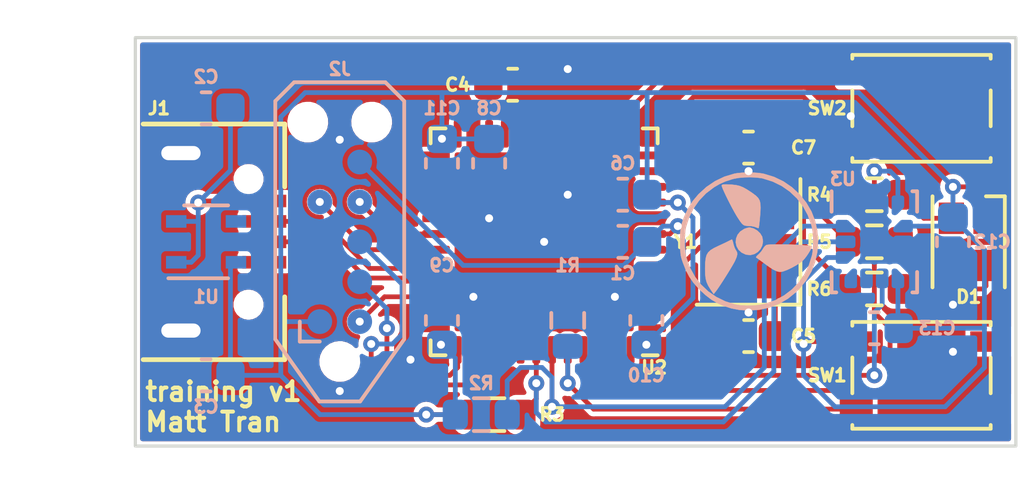
<source format=kicad_pcb>
(kicad_pcb (version 20211014) (generator pcbnew)
  (layers (0 "F.Cu" signal) (31 "B.Cu" signal) (34 "B.Paste" user) (35 "F.Paste" user) (36 "B.SilkS" user "B.Silkscreen") (37 "F.SilkS" user "F.Silkscreen") (38 "B.Mask" user) (39 "F.Mask" user) (44 "Edge.Cuts" user))
  (net 0 "")
  (net 1 "/NRST")
  (net 2 "GND")
  (net 3 "Net-(C5-Pad2)")
  (net 4 "Net-(C7-Pad1)")
  (net 5 "+3V3")
  (net 6 "Net-(D1-Pad2)")
  (net 7 "Net-(D1-Pad3)")
  (net 8 "Net-(D1-Pad4)")
  (net 9 "/BOOT0")
  (net 10 "/SDA")
  (net 11 "/SCL")
  (net 12 "/LED_B")
  (net 13 "/LED_G")
  (net 14 "/LED_R")
  (net 15 "+5V")
  (net 20 "/USR_BUT")
  (net 28 "Net-(C4-Pad2)")
  (net 34 "/TX")
  (net 35 "/RX")
  (net 36 "/D-")
  (net 37 "/D+")
  (net 38 "/SWDIO")
  (net 39 "/SWCLK")
  (net 41 "/SWO")
  (net 44 "/INT1")
  (net 45 "/INT2")
  (footprint "LED_SMD:LED_Cree-PLCC4_2x2mm_CW" (layer "F.Cu") (at 163.5 100 -90)
    (fp_text reference "D1" (at 1.75 0 180) (layer "F.SilkS") (effects (font (size 0.4 0.4) (thickness 0.1))))
    (fp_text value "LED_ARGB")
    (pad "1" smd rect locked (at -0.75 -0.55 270) (size 1 0.8) (layers "F.Cu" "F.Paste" "F.Mask") (net 5 "+3V3"))
    (pad "2" smd rect locked (at 0.75 -0.55 270) (size 1 0.8) (layers "F.Cu" "F.Paste" "F.Mask") (net 6 "Net-(D1-Pad2)"))
    (pad "3" smd rect locked (at 0.75 0.55 270) (size 1 0.8) (layers "F.Cu" "F.Paste" "F.Mask") (net 7 "Net-(D1-Pad3)"))
    (pad "4" smd rect locked (at -0.75 0.55 270) (size 1 0.8) (layers "F.Cu" "F.Paste" "F.Mask") (net 8 "Net-(D1-Pad4)"))
  )
  (footprint "Resistor_SMD:R_0603_1608Metric" (layer "F.Cu") (at 160.5 98.5)
    (fp_text reference "R4" (at -1.75 0) (layer "F.SilkS") (effects (font (size 0.4 0.4) (thickness 0.1))))
    (fp_text value "150")
    (pad "1" smd roundrect locked (at -0.825 0) (size 0.8 0.95) (layers "F.Cu" "F.Paste" "F.Mask") (net 12 "/LED_B"))
    (pad "2" smd roundrect locked (at 0.825 0) (size 0.8 0.95) (layers "F.Cu" "F.Paste" "F.Mask") (net 8 "Net-(D1-Pad4)"))
  )
  (footprint "Capacitor_SMD:C_0603_1608Metric" (layer "F.Cu") (at 156.5 97)
    (fp_text reference "C7" (at 1.75 0) (layer "F.SilkS") (effects (font (size 0.4 0.4) (thickness 0.1))))
    (fp_text value "20p")
    (pad "1" smd roundrect locked (at -0.775 0) (size 0.9 0.95) (layers "F.Cu" "F.Paste" "F.Mask") (net 4 "Net-(C7-Pad1)"))
    (pad "2" smd roundrect locked (at 0.775 0) (size 0.9 0.95) (layers "F.Cu" "F.Paste" "F.Mask") (net 2 "GND"))
  )
  (footprint "Capacitor_SMD:C_0603_1608Metric" (layer "F.Cu") (at 156.5 103)
    (fp_text reference "C5" (at 1.75 0) (layer "F.SilkS") (effects (font (size 0.4 0.4) (thickness 0.1))))
    (fp_text value "20p")
    (pad "1" smd roundrect locked (at -0.775 0) (size 0.9 0.95) (layers "F.Cu" "F.Paste" "F.Mask") (net 2 "GND"))
    (pad "2" smd roundrect locked (at 0.775 0) (size 0.9 0.95) (layers "F.Cu" "F.Paste" "F.Mask") (net 3 "Net-(C5-Pad2)"))
  )
  (footprint "Resistor_SMD:R_0603_1608Metric" (layer "F.Cu") (at 148.5 105.5 180)
    (fp_text reference "R3" (at -1.75 0) (layer "F.SilkS") (effects (font (size 0.4 0.4) (thickness 0.1))))
    (fp_text value "10k")
    (pad "1" smd roundrect locked (at -0.825 0 180) (size 0.8 0.95) (layers "F.Cu" "F.Paste" "F.Mask") (net 11 "/SCL"))
    (pad "2" smd roundrect locked (at 0.825 0 180) (size 0.8 0.95) (layers "F.Cu" "F.Paste" "F.Mask") (net 5 "+3V3"))
  )
  (footprint "Resistor_SMD:R_0603_1608Metric" (layer "F.Cu") (at 160.5 101.5)
    (fp_text reference "R6" (at -1.75 0) (layer "F.SilkS") (effects (font (size 0.4 0.4) (thickness 0.1))))
    (fp_text value "150")
    (pad "1" smd roundrect locked (at -0.825 0) (size 0.8 0.95) (layers "F.Cu" "F.Paste" "F.Mask") (net 14 "/LED_R"))
    (pad "2" smd roundrect locked (at 0.825 0) (size 0.8 0.95) (layers "F.Cu" "F.Paste" "F.Mask") (net 6 "Net-(D1-Pad2)"))
  )
  (footprint "Crystal:Crystal_SMD_3225-4Pin_3.2x2.5mm" (layer "F.Cu") (at 156.5 100 90)
    (fp_text reference "Y1" (at 0 -2 180) (layer "F.SilkS") (effects (font (size 0.4 0.4) (thickness 0.1))))
    (fp_text value "8MHz")
    (pad "1" smd rect locked (at -1.1 0.85 90) (size 1.4 1.2) (layers "F.Cu" "F.Paste" "F.Mask") (net 3 "Net-(C5-Pad2)"))
    (pad "2" smd rect locked (at 1.1 0.85 90) (size 1.4 1.2) (layers "F.Cu" "F.Paste" "F.Mask"))
    (pad "3" smd rect locked (at 1.1 -0.85 90) (size 1.4 1.2) (layers "F.Cu" "F.Paste" "F.Mask") (net 4 "Net-(C7-Pad1)"))
    (pad "4" smd rect locked (at -1.1 -0.85 90) (size 1.4 1.2) (layers "F.Cu" "F.Paste" "F.Mask"))
  )
  (footprint "Button_Switch_SMD:SW_SPST_PTS810" (layer "F.Cu") (at 162 95.75 180)
    (fp_text reference "SW2" (at 3 0) (layer "F.SilkS") (effects (font (size 0.4 0.4) (thickness 0.1))))
    (fp_text value "USR")
    (pad "" smd rect locked (at -2.075 1.075 180) (size 1.05 0.65) (layers "F.Cu" "F.Paste" "F.Mask"))
    (pad "1" smd rect locked (at -2.075 -1.075 180) (size 1.05 0.65) (layers "F.Cu" "F.Paste" "F.Mask") (net 2 "GND"))
    (pad "1" smd rect locked (at 2.075 -1.075 180) (size 1.05 0.65) (layers "F.Cu" "F.Paste" "F.Mask") (net 2 "GND"))
    (pad "2" smd rect locked (at 2.075 1.075 180) (size 1.05 0.65) (layers "F.Cu" "F.Paste" "F.Mask") (net 20 "/USR_BUT"))
  )
  (footprint "extraparts:USB_Micro-B_U254-05" (layer "F.Cu") (at 137 100 -90)
    (fp_text reference "J1" (at -4.25 -0.75 180) (layer "F.SilkS") (effects (font (size 0.4 0.4) (thickness 0.1))))
    (fp_text value "USB_B_Micro")
    (pad "" np_thru_hole circle locked (at 2 -3.6 270) (size 0.65 0.65) (drill 0.65) (layers *.Cu *.Mask))
    (pad "" np_thru_hole circle locked (at -2 -3.6 270) (size 0.65 0.65) (drill 0.65) (layers *.Cu *.Mask))
    (pad "1" smd rect locked (at -1.3 -4.1 270) (size 0.4 1.4) (layers "F.Cu" "F.Paste" "F.Mask") (net 15 "+5V"))
    (pad "2" smd rect locked (at -0.65 -4.1 270) (size 0.4 1.4) (layers "F.Cu" "F.Paste" "F.Mask") (net 36 "/D-"))
    (pad "3" smd rect locked (at 0 -4.1 270) (size 0.4 1.4) (layers "F.Cu" "F.Paste" "F.Mask") (net 37 "/D+"))
    (pad "4" smd rect locked (at 0.65 -4.1 270) (size 0.4 1.4) (layers "F.Cu" "F.Paste" "F.Mask"))
    (pad "5" smd rect locked (at 1.3 -4.1 270) (size 0.4 1.4) (layers "F.Cu" "F.Paste" "F.Mask") (net 2 "GND"))
    (pad "6" thru_hole oval locked (at -2.825 -1.45 270) (size 1.05 1.85) (drill oval 0.45 1.25) (layers *.Cu *.Mask) (net 2 "GND"))
    (pad "6" smd rect locked (at -3.1 -3.95 270) (size 1 1) (layers "F.Cu" "F.Paste" "F.Mask") (net 2 "GND"))
    (pad "6" smd rect locked (at 3.1 -3.95 270) (size 1 1) (layers "F.Cu" "F.Paste" "F.Mask") (net 2 "GND"))
    (pad "6" thru_hole oval locked (at 2.825 -1.45 270) (size 1.05 1.85) (drill oval 0.45 1.25) (layers *.Cu *.Mask) (net 2 "GND"))
  )
  (footprint "Resistor_SMD:R_0603_1608Metric" (layer "F.Cu") (at 160.5 100)
    (fp_text reference "R5" (at -1.75 0) (layer "F.SilkS") (effects (font (size 0.4 0.4) (thickness 0.1))))
    (fp_text value "150")
    (pad "1" smd roundrect locked (at -0.825 0) (size 0.8 0.95) (layers "F.Cu" "F.Paste" "F.Mask") (net 13 "/LED_G"))
    (pad "2" smd roundrect locked (at 0.825 0) (size 0.8 0.95) (layers "F.Cu" "F.Paste" "F.Mask") (net 7 "Net-(D1-Pad3)"))
  )
  (footprint "Capacitor_SMD:C_0603_1608Metric" (layer "F.Cu") (at 149 95 180)
    (fp_text reference "C4" (at 1.75 0) (layer "F.SilkS") (effects (font (size 0.4 0.4) (thickness 0.1))))
    (fp_text value "4.7u")
    (pad "1" smd roundrect locked (at -0.775 0 180) (size 0.9 0.95) (layers "F.Cu" "F.Paste" "F.Mask") (net 2 "GND"))
    (pad "2" smd roundrect locked (at 0.775 0 180) (size 0.9 0.95) (layers "F.Cu" "F.Paste" "F.Mask") (net 28 "Net-(C4-Pad2)"))
  )
  (footprint "Package_DFN_QFN:QFN-48-1EP_7x7mm_P0.5mm_EP5.6x5.6mm" (layer "F.Cu") (at 150 100 180)
    (fp_text reference "U2" (at -3.5 -4) (layer "F.SilkS") (effects (font (size 0.4 0.4) (thickness 0.1))))
    (fp_text value "STM32F401CEUx")
    (pad "1" smd roundrect locked (at -3.4375 -2.75 180) (size 0.875 0.25) (layers "F.Cu" "F.Paste" "F.Mask") (net 5 "+3V3"))
    (pad "2" smd roundrect locked (at -3.4375 -2.25 180) (size 0.875 0.25) (layers "F.Cu" "F.Paste" "F.Mask"))
    (pad "3" smd roundrect locked (at -3.4375 -1.75 180) (size 0.875 0.25) (layers "F.Cu" "F.Paste" "F.Mask"))
    (pad "4" smd roundrect locked (at -3.4375 -1.25 180) (size 0.875 0.25) (layers "F.Cu" "F.Paste" "F.Mask"))
    (pad "5" smd roundrect locked (at -3.4375 -0.75 180) (size 0.875 0.25) (layers "F.Cu" "F.Paste" "F.Mask") (net 3 "Net-(C5-Pad2)"))
    (pad "6" smd roundrect locked (at -3.4375 -0.25 180) (size 0.875 0.25) (layers "F.Cu" "F.Paste" "F.Mask") (net 4 "Net-(C7-Pad1)"))
    (pad "7" smd roundrect locked (at -3.4375 0.25 180) (size 0.875 0.25) (layers "F.Cu" "F.Paste" "F.Mask") (net 1 "/NRST"))
    (pad "8" smd roundrect locked (at -3.4375 0.75 180) (size 0.875 0.25) (layers "F.Cu" "F.Paste" "F.Mask") (net 2 "GND"))
    (pad "9" smd roundrect locked (at -3.4375 1.25 180) (size 0.875 0.25) (layers "F.Cu" "F.Paste" "F.Mask") (net 5 "+3V3"))
    (pad "10" smd roundrect locked (at -3.4375 1.75 180) (size 0.875 0.25) (layers "F.Cu" "F.Paste" "F.Mask") (net 14 "/LED_R"))
    (pad "11" smd roundrect locked (at -3.4375 2.25 180) (size 0.875 0.25) (layers "F.Cu" "F.Paste" "F.Mask") (net 13 "/LED_G"))
    (pad "12" smd roundrect locked (at -3.4375 2.75 180) (size 0.875 0.25) (layers "F.Cu" "F.Paste" "F.Mask") (net 12 "/LED_B"))
    (pad "13" smd roundrect locked (at -2.75 3.4375 180) (size 0.25 0.875) (layers "F.Cu" "F.Paste" "F.Mask") (net 20 "/USR_BUT"))
    (pad "14" smd roundrect locked (at -2.25 3.4375 180) (size 0.25 0.875) (layers "F.Cu" "F.Paste" "F.Mask"))
    (pad "15" smd roundrect locked (at -1.75 3.4375 180) (size 0.25 0.875) (layers "F.Cu" "F.Paste" "F.Mask"))
    (pad "16" smd roundrect locked (at -1.25 3.4375 180) (size 0.25 0.875) (layers "F.Cu" "F.Paste" "F.Mask"))
    (pad "17" smd roundrect locked (at -0.75 3.4375 180) (size 0.25 0.875) (layers "F.Cu" "F.Paste" "F.Mask"))
    (pad "18" smd roundrect locked (at -0.25 3.4375 180) (size 0.25 0.875) (layers "F.Cu" "F.Paste" "F.Mask"))
    (pad "19" smd roundrect locked (at 0.25 3.4375 180) (size 0.25 0.875) (layers "F.Cu" "F.Paste" "F.Mask"))
    (pad "20" smd roundrect locked (at 0.75 3.4375 180) (size 0.25 0.875) (layers "F.Cu" "F.Paste" "F.Mask") (net 2 "GND"))
    (pad "21" smd roundrect locked (at 1.25 3.4375 180) (size 0.25 0.875) (layers "F.Cu" "F.Paste" "F.Mask"))
    (pad "22" smd roundrect locked (at 1.75 3.4375 180) (size 0.25 0.875) (layers "F.Cu" "F.Paste" "F.Mask") (net 28 "Net-(C4-Pad2)"))
    (pad "23" smd roundrect locked (at 2.25 3.4375 180) (size 0.25 0.875) (layers "F.Cu" "F.Paste" "F.Mask") (net 2 "GND"))
    (pad "24" smd roundrect locked (at 2.75 3.4375 180) (size 0.25 0.875) (layers "F.Cu" "F.Paste" "F.Mask") (net 5 "+3V3"))
    (pad "25" smd roundrect locked (at 3.4375 2.75 180) (size 0.875 0.25) (layers "F.Cu" "F.Paste" "F.Mask"))
    (pad "26" smd roundrect locked (at 3.4375 2.25 180) (size 0.875 0.25) (layers "F.Cu" "F.Paste" "F.Mask"))
    (pad "27" smd roundrect locked (at 3.4375 1.75 180) (size 0.875 0.25) (layers "F.Cu" "F.Paste" "F.Mask"))
    (pad "28" smd roundrect locked (at 3.4375 1.25 180) (size 0.875 0.25) (layers "F.Cu" "F.Paste" "F.Mask"))
    (pad "29" smd roundrect locked (at 3.4375 0.75 180) (size 0.875 0.25) (layers "F.Cu" "F.Paste" "F.Mask"))
    (pad "30" smd roundrect locked (at 3.4375 0.25 180) (size 0.875 0.25) (layers "F.Cu" "F.Paste" "F.Mask") (net 34 "/TX"))
    (pad "31" smd roundrect locked (at 3.4375 -0.25 180) (size 0.875 0.25) (layers "F.Cu" "F.Paste" "F.Mask") (net 35 "/RX"))
    (pad "32" smd roundrect locked (at 3.4375 -0.75 180) (size 0.875 0.25) (layers "F.Cu" "F.Paste" "F.Mask") (net 36 "/D-"))
    (pad "33" smd roundrect locked (at 3.4375 -1.25 180) (size 0.875 0.25) (layers "F.Cu" "F.Paste" "F.Mask") (net 37 "/D+"))
    (pad "34" smd roundrect locked (at 3.4375 -1.75 180) (size 0.875 0.25) (layers "F.Cu" "F.Paste" "F.Mask") (net 38 "/SWDIO"))
    (pad "35" smd roundrect locked (at 3.4375 -2.25 180) (size 0.875 0.25) (layers "F.Cu" "F.Paste" "F.Mask") (net 2 "GND"))
    (pad "36" smd roundrect locked (at 3.4375 -2.75 180) (size 0.875 0.25) (layers "F.Cu" "F.Paste" "F.Mask") (net 5 "+3V3"))
    (pad "37" smd roundrect locked (at 2.75 -3.4375 180) (size 0.25 0.875) (layers "F.Cu" "F.Paste" "F.Mask") (net 39 "/SWCLK"))
    (pad "38" smd roundrect locked (at 2.25 -3.4375 180) (size 0.25 0.875) (layers "F.Cu" "F.Paste" "F.Mask"))
    (pad "39" smd roundrect locked (at 1.75 -3.4375 180) (size 0.25 0.875) (layers "F.Cu" "F.Paste" "F.Mask") (net 41 "/SWO"))
    (pad "40" smd roundrect locked (at 1.25 -3.4375 180) (size 0.25 0.875) (layers "F.Cu" "F.Paste" "F.Mask"))
    (pad "41" smd roundrect locked (at 0.75 -3.4375 180) (size 0.25 0.875) (layers "F.Cu" "F.Paste" "F.Mask"))
    (pad "42" smd roundrect locked (at 0.25 -3.4375 180) (size 0.25 0.875) (layers "F.Cu" "F.Paste" "F.Mask") (net 11 "/SCL"))
    (pad "43" smd roundrect locked (at -0.25 -3.4375 180) (size 0.25 0.875) (layers "F.Cu" "F.Paste" "F.Mask") (net 10 "/SDA"))
    (pad "44" smd roundrect locked (at -0.75 -3.4375 180) (size 0.25 0.875) (layers "F.Cu" "F.Paste" "F.Mask") (net 9 "/BOOT0"))
    (pad "45" smd roundrect locked (at -1.25 -3.4375 180) (size 0.25 0.875) (layers "F.Cu" "F.Paste" "F.Mask") (net 44 "/INT1"))
    (pad "46" smd roundrect locked (at -1.75 -3.4375 180) (size 0.25 0.875) (layers "F.Cu" "F.Paste" "F.Mask") (net 45 "/INT2"))
    (pad "47" smd roundrect locked (at -2.25 -3.4375 180) (size 0.25 0.875) (layers "F.Cu" "F.Paste" "F.Mask") (net 2 "GND"))
    (pad "48" smd roundrect locked (at -2.75 -3.4375 180) (size 0.25 0.875) (layers "F.Cu" "F.Paste" "F.Mask") (net 5 "+3V3"))
    (pad "49" smd rect locked (at 0 0 180) (size 5.6 5.6) (layers "F.Cu" "F.Mask") (net 2 "GND"))
  )
  (footprint "Button_Switch_SMD:SW_SPST_PTS810" (layer "F.Cu") (at 162 104.25 180)
    (fp_text reference "SW1" (at 3 0) (layer "F.SilkS") (effects (font (size 0.4 0.4) (thickness 0.1))))
    (fp_text value "BOOT0")
    (pad "" smd rect locked (at -2.075 1.075 180) (size 1.05 0.65) (layers "F.Cu" "F.Paste" "F.Mask"))
    (pad "" smd rect locked (at -2.075 -1.075 180) (size 1.05 0.65) (layers "F.Cu" "F.Paste" "F.Mask"))
    (pad "1" smd rect locked (at 2.075 -1.075 180) (size 1.05 0.65) (layers "F.Cu" "F.Paste" "F.Mask") (net 9 "/BOOT0"))
    (pad "2" smd rect locked (at 2.075 1.075 180) (size 1.05 0.65) (layers "F.Cu" "F.Paste" "F.Mask") (net 5 "+3V3"))
  )
  (footprint "Capacitor_SMD:C_0603_1608Metric" (layer "B.Cu") (at 153.25 102.5 90)
    (fp_text reference "C10" (at -1.75 0 180) (layer "B.SilkS") (effects (font (size 0.4 0.4) (thickness 0.1)) (justify mirror)))
    (fp_text value "100n")
    (pad "1" smd roundrect locked (at -0.775 0 90) (size 0.9 0.95) (layers "B.Cu" "B.Paste" "B.Mask") (net 5 "+3V3"))
    (pad "2" smd roundrect locked (at 0.775 0 90) (size 0.9 0.95) (layers "B.Cu" "B.Paste" "B.Mask") (net 2 "GND"))
  )
  (footprint "Capacitor_SMD:C_0603_1608Metric" (layer "B.Cu") (at 160.5 102.75 180)
    (fp_text reference "C13" (at -2 0) (layer "B.SilkS") (effects (font (size 0.4 0.4) (thickness 0.1)) (justify mirror)))
    (fp_text value "100n")
    (pad "1" smd roundrect locked (at -0.775 0 180) (size 0.9 0.95) (layers "B.Cu" "B.Paste" "B.Mask") (net 5 "+3V3"))
    (pad "2" smd roundrect locked (at 0.775 0 180) (size 0.9 0.95) (layers "B.Cu" "B.Paste" "B.Mask") (net 2 "GND"))
  )
  (footprint "extraparts:auv_logo" (layer "B.Cu") (at 156.5 100)
    (fp_text reference "H1" hide)
    (fp_text value "logo" hide)
  )
  (footprint "Capacitor_SMD:C_0603_1608Metric" (layer "B.Cu") (at 152.5 100 180)
    (fp_text reference "C1" (at 0 -1) (layer "B.SilkS") (effects (font (size 0.4 0.4) (thickness 0.1)) (justify mirror)))
    (fp_text value "100n")
    (pad "1" smd roundrect locked (at -0.775 0 180) (size 0.9 0.95) (layers "B.Cu" "B.Paste" "B.Mask") (net 1 "/NRST"))
    (pad "2" smd roundrect locked (at 0.775 0 180) (size 0.9 0.95) (layers "B.Cu" "B.Paste" "B.Mask") (net 2 "GND"))
  )
  (footprint "Capacitor_SMD:C_0603_1608Metric" (layer "B.Cu") (at 139.25 104.25 180)
    (fp_text reference "C3" (at 0 -1) (layer "B.SilkS") (effects (font (size 0.4 0.4) (thickness 0.1)) (justify mirror)))
    (fp_text value "1u")
    (pad "1" smd roundrect locked (at -0.775 0 180) (size 0.9 0.95) (layers "B.Cu" "B.Paste" "B.Mask") (net 5 "+3V3"))
    (pad "2" smd roundrect locked (at 0.775 0 180) (size 0.9 0.95) (layers "B.Cu" "B.Paste" "B.Mask") (net 2 "GND"))
  )
  (footprint "Capacitor_SMD:C_0603_1608Metric" (layer "B.Cu") (at 148.25 97.5 -90)
    (fp_text reference "C8" (at -1.75 0 180) (layer "B.SilkS") (effects (font (size 0.4 0.4) (thickness 0.1)) (justify mirror)))
    (fp_text value "100n")
    (pad "1" smd roundrect locked (at -0.775 0 270) (size 0.9 0.95) (layers "B.Cu" "B.Paste" "B.Mask") (net 5 "+3V3"))
    (pad "2" smd roundrect locked (at 0.775 0 270) (size 0.9 0.95) (layers "B.Cu" "B.Paste" "B.Mask") (net 2 "GND"))
  )
  (footprint "Resistor_SMD:R_0603_1608Metric" (layer "B.Cu") (at 150.75 102.5 90)
    (fp_text reference "R1" (at 1.75 0 180) (layer "B.SilkS") (effects (font (size 0.4 0.4) (thickness 0.1)) (justify mirror)))
    (fp_text value "10k")
    (pad "1" smd roundrect locked (at -0.825 0 90) (size 0.8 0.95) (layers "B.Cu" "B.Paste" "B.Mask") (net 9 "/BOOT0"))
    (pad "2" smd roundrect locked (at 0.825 0 90) (size 0.8 0.95) (layers "B.Cu" "B.Paste" "B.Mask") (net 2 "GND"))
  )
  (footprint "Connector:Tag-Connect_TC2050-IDC-NL_2x05_P1.27mm_Vertical" (layer "B.Cu") (at 143.5 100 90)
    (fp_text reference "J2" (at 5.5 0 180) (layer "B.SilkS") (effects (font (size 0.4 0.4) (thickness 0.1)) (justify mirror)))
    (fp_text value "SWD/UART")
    (pad "" np_thru_hole circle locked (at -3.81 0 90) (size 0.9906 0.9906) (drill 0.9906) (layers *.Cu *.Mask))
    (pad "" np_thru_hole circle locked (at 3.81 -1.016 90) (size 0.9906 0.9906) (drill 0.9906) (layers *.Cu *.Mask))
    (pad "" np_thru_hole circle locked (at 3.81 1.016 90) (size 0.9906 0.9906) (drill 0.9906) (layers *.Cu *.Mask))
    (pad "1" connect circle locked (at -2.54 -0.635 90) (size 0.7874 0.7874) (layers "B.Cu" "B.Mask") (net 5 "+3V3"))
    (pad "2" connect circle locked (at -1.27 -0.635 90) (size 0.7874 0.7874) (layers "B.Cu" "B.Mask") (net 2 "GND"))
    (pad "3" connect circle locked (at 0 -0.635 90) (size 0.7874 0.7874) (layers "B.Cu" "B.Mask") (net 2 "GND"))
    (pad "4" connect circle locked (at 1.27 -0.635 90) (size 0.7874 0.7874) (layers "B.Cu" "B.Mask") (net 35 "/RX"))
    (pad "5" connect circle locked (at 2.54 -0.635 90) (size 0.7874 0.7874) (layers "B.Cu" "B.Mask") (net 2 "GND"))
    (pad "6" connect circle locked (at 2.54 0.635 90) (size 0.7874 0.7874) (layers "B.Cu" "B.Mask") (net 1 "/NRST"))
    (pad "7" connect circle locked (at 1.27 0.635 90) (size 0.7874 0.7874) (layers "B.Cu" "B.Mask") (net 34 "/TX"))
    (pad "8" connect circle locked (at 0 0.635 90) (size 0.7874 0.7874) (layers "B.Cu" "B.Mask") (net 41 "/SWO"))
    (pad "9" connect circle locked (at -1.27 0.635 90) (size 0.7874 0.7874) (layers "B.Cu" "B.Mask") (net 39 "/SWCLK"))
    (pad "10" connect circle locked (at -2.54 0.635 90) (size 0.7874 0.7874) (layers "B.Cu" "B.Mask") (net 38 "/SWDIO"))
  )
  (footprint "Capacitor_SMD:C_0603_1608Metric" (layer "B.Cu") (at 163 100 -90)
    (fp_text reference "C12" (at 0 -1.25 180) (layer "B.SilkS") (effects (font (size 0.4 0.4) (thickness 0.1)) (justify mirror)))
    (fp_text value "100n")
    (pad "1" smd roundrect locked (at -0.775 0 270) (size 0.9 0.95) (layers "B.Cu" "B.Paste" "B.Mask") (net 5 "+3V3"))
    (pad "2" smd roundrect locked (at 0.775 0 270) (size 0.9 0.95) (layers "B.Cu" "B.Paste" "B.Mask") (net 2 "GND"))
  )
  (footprint "Capacitor_SMD:C_0603_1608Metric" (layer "B.Cu") (at 139.25 95.75)
    (fp_text reference "C2" (at 0 -1) (layer "B.SilkS") (effects (font (size 0.4 0.4) (thickness 0.1)) (justify mirror)))
    (fp_text value "1u")
    (pad "1" smd roundrect locked (at -0.775 0) (size 0.9 0.95) (layers "B.Cu" "B.Paste" "B.Mask") (net 2 "GND"))
    (pad "2" smd roundrect locked (at 0.775 0) (size 0.9 0.95) (layers "B.Cu" "B.Paste" "B.Mask") (net 15 "+5V"))
  )
  (footprint "Package_TO_SOT_SMD:SOT-353_SC-70-5" (layer "B.Cu") (at 139.25 100)
    (fp_text reference "U1" (at 0 1.75) (layer "B.SilkS") (effects (font (size 0.4 0.4) (thickness 0.1)) (justify mirror)))
    (fp_text value "MIC5365-3.3YC5")
    (pad "1" smd rect locked (at -0.95 0.65) (size 0.65 0.4) (layers "B.Cu" "B.Paste" "B.Mask") (net 15 "+5V"))
    (pad "2" smd rect locked (at -0.95 0) (size 0.65 0.4) (layers "B.Cu" "B.Paste" "B.Mask") (net 2 "GND"))
    (pad "3" smd rect locked (at -0.95 -0.65) (size 0.65 0.4) (layers "B.Cu" "B.Paste" "B.Mask") (net 15 "+5V"))
    (pad "4" smd rect locked (at 0.95 -0.65) (size 0.65 0.4) (layers "B.Cu" "B.Paste" "B.Mask"))
    (pad "5" smd rect locked (at 0.95 0.65) (size 0.65 0.4) (layers "B.Cu" "B.Paste" "B.Mask") (net 5 "+3V3"))
  )
  (footprint "Capacitor_SMD:C_0603_1608Metric" (layer "B.Cu") (at 146.75 102.5 90)
    (fp_text reference "C9" (at 1.75 0 180) (layer "B.SilkS") (effects (font (size 0.4 0.4) (thickness 0.1)) (justify mirror)))
    (fp_text value "100n")
    (pad "1" smd roundrect locked (at -0.775 0 90) (size 0.9 0.95) (layers "B.Cu" "B.Paste" "B.Mask") (net 5 "+3V3"))
    (pad "2" smd roundrect locked (at 0.775 0 90) (size 0.9 0.95) (layers "B.Cu" "B.Paste" "B.Mask") (net 2 "GND"))
  )
  (footprint "Resistor_SMD:R_0603_1608Metric" (layer "B.Cu") (at 148 105.5 180)
    (fp_text reference "R2" (at 0 1) (layer "B.SilkS") (effects (font (size 0.4 0.4) (thickness 0.1)) (justify mirror)))
    (fp_text value "10k")
    (pad "1" smd roundrect locked (at -0.825 0 180) (size 0.8 0.95) (layers "B.Cu" "B.Paste" "B.Mask") (net 10 "/SDA"))
    (pad "2" smd roundrect locked (at 0.825 0 180) (size 0.8 0.95) (layers "B.Cu" "B.Paste" "B.Mask") (net 5 "+3V3"))
  )
  (footprint "Package_LGA:LGA-14_3x2.5mm_P0.5mm_LayoutBorder3x4y" (layer "B.Cu") (at 160.5 100 -90)
    (fp_text reference "U3" (at -2 1 180) (layer "B.SilkS") (effects (font (size 0.4 0.4) (thickness 0.1)) (justify mirror)))
    (fp_text value "LSM6DSM")
    (pad "1" smd custom locked (at -1.1625 0.75 270) (size 0.223223 0.223223) (layers "B.Cu" "B.Paste" "B.Mask") (net 2 "GND") (options (clearance outline) (anchor circle)) (primitives (gr_poly (pts (xy 0.2375 -0.081066) (xy 0.2375 -0.125) (xy -0.2375 -0.125) (xy -0.2375 0.125) (xy 0.031434 0.125)) (width 0.15) (fill yes))))
    (pad "2" smd roundrect locked (at -1.1625 0.25 270) (size 0.625 0.4) (layers "B.Cu" "B.Paste" "B.Mask") (net 2 "GND"))
    (pad "3" smd roundrect locked (at -1.1625 -0.25 270) (size 0.625 0.4) (layers "B.Cu" "B.Paste" "B.Mask") (net 2 "GND"))
    (pad "4" smd custom locked (at -1.1625 -0.75 270) (size 0.223223 0.223223) (layers "B.Cu" "B.Paste" "B.Mask") (net 44 "/INT1") (options (clearance outline) (anchor circle)) (primitives (gr_poly (pts (xy 0.2375 0.081066) (xy 0.031434 -0.125) (xy -0.2375 -0.125) (xy -0.2375 0.125) (xy 0.2375 0.125)) (width 0.15) (fill yes))))
    (pad "5" smd custom locked (at -0.5 -0.9125 270) (size 0.223223 0.223223) (layers "B.Cu" "B.Paste" "B.Mask") (net 5 "+3V3") (options (clearance outline) (anchor circle)) (primitives (gr_poly (pts (xy 0.125 -0.2375) (xy -0.125 -0.2375) (xy -0.125 0.031434) (xy 0.081066 0.2375) (xy 0.125 0.2375)) (width 0.15) (fill yes))))
    (pad "6" smd roundrect locked (at 0 -0.9125 270) (size 0.4 0.625) (layers "B.Cu" "B.Paste" "B.Mask") (net 2 "GND"))
    (pad "7" smd custom locked (at 0.5 -0.9125 270) (size 0.223223 0.223223) (layers "B.Cu" "B.Paste" "B.Mask") (net 2 "GND") (options (clearance outline) (anchor circle)) (primitives (gr_poly (pts (xy 0.125 0.031434) (xy 0.125 -0.2375) (xy -0.125 -0.2375) (xy -0.125 0.2375) (xy -0.081066 0.2375)) (width 0.15) (fill yes))))
    (pad "8" smd custom locked (at 1.1625 -0.75 270) (size 0.223223 0.223223) (layers "B.Cu" "B.Paste" "B.Mask") (net 5 "+3V3") (options (clearance outline) (anchor circle)) (primitives (gr_poly (pts (xy 0.2375 -0.125) (xy -0.031434 -0.125) (xy -0.2375 0.081066) (xy -0.2375 0.125) (xy 0.2375 0.125)) (width 0.15) (fill yes))))
    (pad "9" smd roundrect locked (at 1.1625 -0.25 270) (size 0.625 0.4) (layers "B.Cu" "B.Paste" "B.Mask") (net 45 "/INT2"))
    (pad "10" smd roundrect locked (at 1.1625 0.25 270) (size 0.625 0.4) (layers "B.Cu" "B.Paste" "B.Mask"))
    (pad "11" smd custom locked (at 1.1625 0.75 270) (size 0.223223 0.223223) (layers "B.Cu" "B.Paste" "B.Mask") (options (clearance outline) (anchor circle)) (primitives (gr_poly (pts (xy 0.2375 -0.125) (xy -0.2375 -0.125) (xy -0.2375 -0.081066) (xy -0.031434 0.125) (xy 0.2375 0.125)) (width 0.15) (fill yes))))
    (pad "12" smd custom locked (at 0.5 0.9125 270) (size 0.223223 0.223223) (layers "B.Cu" "B.Paste" "B.Mask") (net 5 "+3V3") (options (clearance outline) (anchor circle)) (primitives (gr_poly (pts (xy 0.125 -0.031434) (xy -0.081066 -0.2375) (xy -0.125 -0.2375) (xy -0.125 0.2375) (xy 0.125 0.2375)) (width 0.15) (fill yes))))
    (pad "13" smd roundrect locked (at 0 0.9125 270) (size 0.4 0.625) (layers "B.Cu" "B.Paste" "B.Mask") (net 11 "/SCL"))
    (pad "14" smd custom locked (at -0.5 0.9125 270) (size 0.223223 0.223223) (layers "B.Cu" "B.Paste" "B.Mask") (net 10 "/SDA") (options (clearance outline) (anchor circle)) (primitives (gr_poly (pts (xy 0.125 -0.2375) (xy 0.081066 -0.2375) (xy -0.125 -0.031434) (xy -0.125 0.2375) (xy 0.125 0.2375)) (width 0.15) (fill yes))))
  )
  (footprint "Capacitor_SMD:C_0603_1608Metric" (layer "B.Cu") (at 146.75 97.5 -90)
    (fp_text reference "C11" (at -1.75 0 180) (layer "B.SilkS") (effects (font (size 0.4 0.4) (thickness 0.1)) (justify mirror)))
    (fp_text value "4.7u")
    (pad "1" smd roundrect locked (at -0.775 0 270) (size 0.9 0.95) (layers "B.Cu" "B.Paste" "B.Mask") (net 5 "+3V3"))
    (pad "2" smd roundrect locked (at 0.775 0 270) (size 0.9 0.95) (layers "B.Cu" "B.Paste" "B.Mask") (net 2 "GND"))
  )
  (footprint "Capacitor_SMD:C_0603_1608Metric" (layer "B.Cu") (at 152.5 98.5)
    (fp_text reference "C6" (at 0 -1) (layer "B.SilkS") (effects (font (size 0.4 0.4) (thickness 0.1)) (justify mirror)))
    (fp_text value "100n")
    (pad "1" smd roundrect locked (at -0.775 0) (size 0.9 0.95) (layers "B.Cu" "B.Paste" "B.Mask") (net 2 "GND"))
    (pad "2" smd roundrect locked (at 0.775 0) (size 0.9 0.95) (layers "B.Cu" "B.Paste" "B.Mask") (net 5 "+3V3"))
  )
  (gr_rect (start 165 93.5) (end 137 106.5) (layer "Edge.Cuts") (width 0.1) (fill none))
  (gr_text "training v1\nMatt Tran" (at 137.25 105.25) (layer "F.SilkS") (effects (font (size 0.6 0.6) (thickness 0.127)) (justify left)))
  (segment (start 154 99.75) (end 154.25 99.5) (width 0.1524) (layer "F.Cu") (net 1))
  (segment (start 153.4375 99.75) (end 154 99.75) (width 0.1524) (layer "F.Cu") (net 1))
  (via (at 154.25 99.5) (size 0.508) (drill 0.254) (layers "F.Cu" "B.Cu") (net 1))
  (segment (start 153.775 99.5) (end 153.275 100) (width 0.1524) (layer "B.Cu") (net 1))
  (segment (start 147.425 100.75) (end 144.135 97.46) (width 0.1524) (layer "B.Cu") (net 1))
  (segment (start 152.525 100.75) (end 147.425 100.75) (width 0.1524) (layer "B.Cu") (net 1))
  (segment (start 154.25 99.5) (end 153.775 99.5) (width 0.1524) (layer "B.Cu") (net 1))
  (segment (start 153.275 100) (end 152.525 100.75) (width 0.1524) (layer "B.Cu") (net 1))
  (via (at 145.75 103.75) (size 0.508) (drill 0.254) (layers "F.Cu" "B.Cu") (net 2))
  (via (at 143.5 104.75) (size 0.508) (drill 0.254) (layers "F.Cu" "B.Cu") (net 2))
  (via (at 159.75 96) (size 0.508) (drill 0.254) (layers "F.Cu" "B.Cu") (net 2))
  (via (at 150.75 98.5) (size 0.508) (drill 0.254) (layers "F.Cu" "B.Cu") (net 2))
  (via (at 148.25 99.25) (size 0.508) (drill 0.254) (layers "F.Cu" "B.Cu") (net 2))
  (via (at 147.75 101.75) (size 0.508) (drill 0.254) (layers "F.Cu" "B.Cu") (net 2))
  (via (at 163 102) (size 0.508) (drill 0.254) (layers "F.Cu" "B.Cu") (net 2))
  (via (at 150.75 94.5) (size 0.508) (drill 0.254) (layers "F.Cu" "B.Cu") (net 2))
  (via (at 156.5 97.75) (size 0.508) (drill 0.254) (layers "F.Cu" "B.Cu") (net 2))
  (via (at 152.25 101.75) (size 0.508) (drill 0.254) (layers "F.Cu" "B.Cu") (net 2))
  (via (at 163 103.5) (size 0.508) (drill 0.254) (layers "F.Cu" "B.Cu") (net 2))
  (via (at 143.5 96.75) (size 0.508) (drill 0.254) (layers "F.Cu" "B.Cu") (net 2))
  (via (at 156.5 102.25) (size 0.508) (drill 0.254) (layers "F.Cu" "B.Cu") (net 2))
  (via (at 150 100) (size 0.508) (drill 0.254) (layers "F.Cu" "B.Cu") (net 2))
  (segment (start 157.35 101.1) (end 157.35 102.925) (width 0.1524) (layer "F.Cu") (net 3))
  (segment (start 157.35 101) (end 157.35 101.1) (width 0.1524) (layer "F.Cu") (net 3))
  (segment (start 156.521889 100.171889) (end 157.35 101) (width 0.1524) (layer "F.Cu") (net 3))
  (segment (start 154.371889 100.75) (end 154.95 100.171889) (width 0.1524) (layer "F.Cu") (net 3))
  (segment (start 157.35 102.925) (end 157.275 103) (width 0.1524) (layer "F.Cu") (net 3))
  (segment (start 154.95 100.171889) (end 156.521889 100.171889) (width 0.1524) (layer "F.Cu") (net 3))
  (segment (start 153.4375 100.75) (end 154.371889 100.75) (width 0.1524) (layer "F.Cu") (net 3))
  (segment (start 154.4 100.25) (end 155.65 99) (width 0.1524) (layer "F.Cu") (net 4))
  (segment (start 153.4375 100.25) (end 154.4 100.25) (width 0.1524) (layer "F.Cu") (net 4))
  (segment (start 155.65 98.9) (end 155.65 97.075) (width 0.1524) (layer "F.Cu") (net 4))
  (segment (start 155.65 99) (end 155.65 98.9) (width 0.1524) (layer "F.Cu") (net 4))
  (segment (start 155.65 97.075) (end 155.725 97) (width 0.1524) (layer "F.Cu") (net 4))
  (segment (start 153.4375 98.75) (end 154.25 98.75) (width 0.1524) (layer "F.Cu") (net 5))
  (segment (start 146.5625 102.75) (end 146.75 102.75) (width 0.1524) (layer "F.Cu") (net 5))
  (segment (start 147.25 96.75) (end 147.2191 96.7191) (width 0.1524) (layer "F.Cu") (net 5))
  (segment (start 153.4375 102.75) (end 153.25 102.75) (width 0.1524) (layer "F.Cu") (net 5))
  (segment (start 164.05 98.55) (end 163.75 98.25) (width 0.1524) (layer "F.Cu") (net 5))
  (segment (start 158.325 103.175) (end 159.925 103.175) (width 0.1524) (layer "F.Cu") (net 5))
  (segment (start 147.2191 96.7191) (end 146.75 96.7191) (width 0.1524) (layer "F.Cu") (net 5))
  (segment (start 158.25 103.25) (end 158.325 103.175) (width 0.1524) (layer "F.Cu") (net 5))
  (segment (start 163.75 98.25) (end 163 98.25) (width 0.1524) (layer "F.Cu") (net 5))
  (segment (start 153.25 102.75) (end 153.25 103.275) (width 0.1524) (layer "F.Cu") (net 5))
  (segment (start 146.75 102.75) (end 146.7191 102.7809) (width 0.1524) (layer "F.Cu") (net 5))
  (segment (start 146.7191 102.7809) (end 146.7191 103.275) (width 0.1524) (layer "F.Cu") (net 5))
  (segment (start 152.75 103.4375) (end 152.75 103.25) (width 0.1524) (layer "F.Cu") (net 5))
  (segment (start 152.775 103.275) (end 153.25 103.275) (width 0.1524) (layer "F.Cu") (net 5))
  (segment (start 147.675 105.5) (end 146.25 105.5) (width 0.1524) (layer "F.Cu") (net 5))
  (segment (start 152.75 103.25) (end 152.775 103.275) (width 0.1524) (layer "F.Cu") (net 5))
  (segment (start 164.05 99.25) (end 164.05 98.55) (width 0.1524) (layer "F.Cu") (net 5))
  (segment (start 147.25 96.5625) (end 147.25 96.75) (width 0.1524) (layer "F.Cu") (net 5))
  (via (at 158.25 103.25) (size 0.508) (drill 0.254) (layers "F.Cu" "B.Cu") (net 5))
  (via (at 163 98.25) (size 0.508) (drill 0.254) (layers "F.Cu" "B.Cu") (net 5))
  (via (at 154.25 98.75) (size 0.508) (drill 0.254) (layers "F.Cu" "B.Cu") (net 5))
  (via (at 153.25 103.275) (size 0.508) (drill 0.254) (layers "F.Cu" "B.Cu") (net 5))
  (via (at 146.7191 103.275) (size 0.508) (drill 0.254) (layers "F.Cu" "B.Cu") (net 5))
  (via (at 146.75 96.7191) (size 0.508) (drill 0.254) (layers "F.Cu" "B.Cu") (net 5))
  (via (at 146.25 105.5) (size 0.508) (drill 0.254) (layers "F.Cu" "B.Cu") (net 5))
  (segment (start 142.400927 95.25) (end 146.75 95.25) (width 0.1524) (layer "B.Cu") (net 5))
  (segment (start 164 100.25) (end 163 99.25) (width 0.1524) (layer "B.Cu") (net 5))
  (segment (start 160 95.25) (end 163 98.25) (width 0.1524) (layer "B.Cu") (net 5))
  (segment (start 159.25 105.25) (end 162.75 105.25) (width 0.1524) (layer "B.Cu") (net 5))
  (segment (start 147.175 105.5) (end 147.175 103.7) (width 0.1524) (layer "B.Cu") (net 5))
  (segment (start 159 100.5) (end 159.5875 100.5) (width 0.1524) (layer "B.Cu") (net 5))
  (segment (start 154.732111 99.232111) (end 154.25 98.75) (width 0.1524) (layer "B.Cu") (net 5))
  (segment (start 153.275 95.275) (end 153.25 95.25) (width 0.1524) (layer "B.Cu") (net 5))
  (segment (start 153.25 95.25) (end 160 95.25) (width 0.1524) (layer "B.Cu") (net 5))
  (segment (start 141.625 104.25) (end 142.875 105.5) (width 0.1524) (layer "B.Cu") (net 5))
  (segment (start 146.25 105.5) (end 147.175 105.5) (width 0.1524) (layer "B.Cu") (net 5))
  (segment (start 154.732111 101.792889) (end 154.732111 99.232111) (width 0.1524) (layer "B.Cu") (net 5))
  (segment (start 153.275 98.5) (end 153.275 95.275) (width 0.1524) (layer "B.Cu") (net 5))
  (segment (start 161.4125 99.5) (end 162.725 99.5) (width 0.1524) (layer "B.Cu") (net 5))
  (segment (start 161.25 101.1625) (end 161.25 102.725) (width 0.1524) (layer "B.Cu") (net 5))
  (segment (start 161.25 102.725) (end 161.275 102.75) (width 0.1524) (layer "B.Cu") (net 5))
  (segment (start 142.875 105.5) (end 146.25 105.5) (width 0.1524) (layer "B.Cu") (net 5))
  (segment (start 158.25 103.25) (end 158.25 101.25) (width 0.1524) (layer "B.Cu") (net 5))
  (segment (start 140.2 100.65) (end 140.025 100.825) (width 0.1524) (layer "B.Cu") (net 5))
  (segment (start 140.025 104.25) (end 141.625 104.25) (width 0.1524) (layer "B.Cu") (net 5))
  (segment (start 158.25 101.25) (end 159 100.5) (width 0.1524) (layer "B.Cu") (net 5))
  (segment (start 146.75 95.25) (end 153.25 95.25) (width 0.1524) (layer "B.Cu") (net 5))
  (segment (start 147.175 103.7) (end 146.75 103.275) (width 0.1524) (layer "B.Cu") (net 5))
  (segment (start 164 104) (end 164 102.75) (width 0.1524) (layer "B.Cu") (net 5))
  (segment (start 148.25 96.725) (end 146.7559 96.725) (width 0.1524) (layer "B.Cu") (net 5))
  (segment (start 141.625 102.525) (end 141.625 96.025927) (width 0.1524) (layer "B.Cu") (net 5))
  (segment (start 142.865 102.54) (end 141.64 102.54) (width 0.1524) (layer "B.Cu") (net 5))
  (segment (start 141.625 104.25) (end 141.625 102.525) (width 0.1524) (layer "B.Cu") (net 5))
  (segment (start 158.25 103.25) (end 158.25 104.25) (width 0.1524) (layer "B.Cu") (net 5))
  (segment (start 158.25 104.25) (end 159.25 105.25) (width 0.1524) (layer "B.Cu") (net 5))
  (segment (start 153.25 103.275) (end 154.732111 101.792889) (width 0.1524) (layer "B.Cu") (net 5))
  (segment (start 141.64 102.54) (end 141.625 102.525) (width 0.1524) (layer "B.Cu") (net 5))
  (segment (start 141.625 96.025927) (end 142.400927 95.25) (width 0.1524) (layer "B.Cu") (net 5))
  (segment (start 153.525 98.75) (end 153.275 98.5) (width 0.1524) (layer "B.Cu") (net 5))
  (segment (start 140.025 100.825) (end 140.025 104.25) (width 0.1524) (layer "B.Cu") (net 5))
  (segment (start 163 99.25) (end 163 99.225) (width 0.1524) (layer "B.Cu") (net 5))
  (segment (start 162.725 99.5) (end 163 99.225) (width 0.1524) (layer "B.Cu") (net 5))
  (segment (start 162.75 105.25) (end 164 104) (width 0.1524) (layer "B.Cu") (net 5))
  (segment (start 154.25 98.75) (end 153.525 98.75) (width 0.1524) (layer "B.Cu") (net 5))
  (segment (start 146.7559 96.725) (end 146.75 96.7191) (width 0.1524) (layer "B.Cu") (net 5))
  (segment (start 163 98.25) (end 163 99.225) (width 0.1524) (layer "B.Cu") (net 5))
  (segment (start 164 102.75) (end 164 100.25) (width 0.1524) (layer "B.Cu") (net 5))
  (segment (start 161.275 102.75) (end 164 102.75) (width 0.1524) (layer "B.Cu") (net 5))
  (segment (start 146.75 96.7191) (end 146.75 95.25) (width 0.1524) (layer "B.Cu") (net 5))
  (segment (start 161.325 101.5) (end 163.9524 101.5) (width 0.1524) (layer "F.Cu") (net 6))
  (segment (start 164.05 101.4024) (end 164.05 100.75) (width 0.1524) (layer "F.Cu") (net 6))
  (segment (start 163.9524 101.5) (end 164.05 101.4024) (width 0.1524) (layer "F.Cu") (net 6))
  (segment (start 162.075 100.75) (end 162.95 100.75) (width 0.1524) (layer "F.Cu") (net 7))
  (segment (start 161.325 100) (end 162.075 100.75) (width 0.1524) (layer "F.Cu") (net 7))
  (segment (start 162.075 99.25) (end 162.95 99.25) (width 0.1524) (layer "F.Cu") (net 8))
  (segment (start 161.325 98.5) (end 162.075 99.25) (width 0.1524) (layer "F.Cu") (net 8))
  (segment (start 150.75 103.4375) (end 150.75 104.5) (width 0.1524) (layer "F.Cu") (net 9))
  (segment (start 150.75 104.5) (end 151.575 105.325) (width 0.1524) (layer "F.Cu") (net 9))
  (segment (start 151.575 105.325) (end 159.925 105.325) (width 0.1524) (layer "F.Cu") (net 9))
  (via (at 150.75 104.5) (size 0.508) (drill 0.254) (layers "F.Cu" "B.Cu") (net 9))
  (segment (start 150.75 104.5) (end 150.75 103.325) (width 0.1524) (layer "B.Cu") (net 9))
  (segment (start 150.25 103.4375) (end 150.25 105.25) (width 0.1524) (layer "F.Cu") (net 10))
  (via (at 150.25 105.25) (size 0.508) (drill 0.254) (layers "F.Cu" "B.Cu") (net 10))
  (segment (start 157 100.75) (end 158.25 99.5) (width 0.1524) (layer "B.Cu") (net 10))
  (segment (start 148.825 104.425) (end 148.825 105.5) (width 0.1524) (layer "B.Cu") (net 10))
  (segment (start 158.25 99.5) (end 159.5875 99.5) (width 0.1524) (layer "B.Cu") (net 10))
  (segment (start 149.25 104) (end 148.825 104.425) (width 0.1524) (layer "B.Cu") (net 10))
  (segment (start 150.25 105.25) (end 155.75 105.25) (width 0.1524) (layer "B.Cu") (net 10))
  (segment (start 149.931809 104) (end 149.25 104) (width 0.1524) (layer "B.Cu") (net 10))
  (segment (start 150.25 104.318191) (end 149.931809 104) (width 0.1524) (layer "B.Cu") (net 10))
  (segment (start 150.25 105.25) (end 150.25 104.318191) (width 0.1524) (layer "B.Cu") (net 10))
  (segment (start 157 104) (end 157 100.75) (width 0.1524) (layer "B.Cu") (net 10))
  (segment (start 155.75 105.25) (end 157 104) (width 0.1524) (layer "B.Cu") (net 10))
  (segment (start 149.75 105) (end 149.75 104.5) (width 0.1524) (layer "F.Cu") (net 11))
  (segment (start 149.75 103.4375) (end 149.75 104.5) (width 0.1524) (layer "F.Cu") (net 11))
  (segment (start 149.325 105.5) (end 149.325 105.425) (width 0.1524) (layer "F.Cu") (net 11))
  (segment (start 149.325 105.425) (end 149.75 105) (width 0.1524) (layer "F.Cu") (net 11))
  (via (at 149.75 104.5) (size 0.508) (drill 0.254) (layers "F.Cu" "B.Cu") (net 11))
  (segment (start 157.30432 100.876054) (end 158.180374 100) (width 0.1524) (layer "B.Cu") (net 11))
  (segment (start 155.698263 105.732111) (end 157.30432 104.126054) (width 0.1524) (layer "B.Cu") (net 11))
  (segment (start 149.75 105.431809) (end 150.050302 105.732111) (width 0.1524) (layer "B.Cu") (net 11))
  (segment (start 157.30432 104.126054) (end 157.30432 100.876054) (width 0.1524) (layer "B.Cu") (net 11))
  (segment (start 150.050302 105.732111) (end 155.698263 105.732111) (width 0.1524) (layer "B.Cu") (net 11))
  (segment (start 149.75 104.5) (end 149.75 105.431809) (width 0.1524) (layer "B.Cu") (net 11))
  (segment (start 158.180374 100) (end 159.5875 100) (width 0.1524) (layer "B.Cu") (net 11))
  (segment (start 158.252108 95.39136) (end 158.85864 95.997893) (width 0.1524) (layer "F.Cu") (net 12))
  (segment (start 153.4375 97.25) (end 154 97.25) (width 0.1524) (layer "F.Cu") (net 12))
  (segment (start 158.85864 95.997893) (end 158.85864 97.68364) (width 0.1524) (layer "F.Cu") (net 12))
  (segment (start 154.14136 95.997892) (end 154.319627 95.819626) (width 0.1524) (layer "F.Cu") (net 12))
  (segment (start 158.85864 97.68364) (end 159.675 98.5) (width 0.1524) (layer "F.Cu") (net 12))
  (segment (start 154.14136 97.10864) (end 154.14136 95.997892) (width 0.1524) (layer "F.Cu") (net 12))
  (segment (start 154.319627 95.819626) (end 154.747893 95.39136) (width 0.1524) (layer "F.Cu") (net 12))
  (segment (start 154.747893 95.39136) (end 158.252108 95.39136) (width 0.1524) (layer "F.Cu") (net 12))
  (segment (start 154 97.25) (end 154.14136 97.10864) (width 0.1524) (layer "F.Cu") (net 12))
  (segment (start 154.44568 96.123946) (end 154.873946 95.69568) (width 0.1524) (layer "F.Cu") (net 13))
  (segment (start 158.55432 96.123946) (end 158.55432 98.87932) (width 0.1524) (layer "F.Cu") (net 13))
  (segment (start 154.44568 97.30432) (end 154.44568 96.123946) (width 0.1524) (layer "F.Cu") (net 13))
  (segment (start 158.55432 98.87932) (end 159.675 100) (width 0.1524) (layer "F.Cu") (net 13))
  (segment (start 153.4375 97.75) (end 154 97.75) (width 0.1524) (layer "F.Cu") (net 13))
  (segment (start 154 97.75) (end 154.44568 97.30432) (width 0.1524) (layer "F.Cu") (net 13))
  (segment (start 154.873946 95.69568) (end 158.126054 95.69568) (width 0.1524) (layer "F.Cu") (net 13))
  (segment (start 158.126054 95.69568) (end 158.55432 96.123946) (width 0.1524) (layer "F.Cu") (net 13))
  (segment (start 154.75 96.25) (end 155 96) (width 0.1524) (layer "F.Cu") (net 14))
  (segment (start 154.75 97.5) (end 154.75 96.25) (width 0.1524) (layer "F.Cu") (net 14))
  (segment (start 158 96) (end 158.25 96.25) (width 0.1524) (layer "F.Cu") (net 14))
  (segment (start 155 96) (end 158 96) (width 0.1524) (layer "F.Cu") (net 14))
  (segment (start 153.4375 98.25) (end 154 98.25) (width 0.1524) (layer "F.Cu") (net 14))
  (segment (start 154 98.25) (end 154.75 97.5) (width 0.1524) (layer "F.Cu") (net 14))
  (segment (start 158.25 96.25) (end 158.25 100.075) (width 0.1524) (layer "F.Cu") (net 14))
  (segment (start 158.25 100.075) (end 159.675 101.5) (width 0.1524) (layer "F.Cu") (net 14))
  (segment (start 139.05 98.7) (end 139 98.75) (width 0.1524) (layer "F.Cu") (net 15))
  (segment (start 141.1 98.7) (end 139.05 98.7) (width 0.1524) (layer "F.Cu") (net 15))
  (via (at 139 98.75) (size 0.508) (drill 0.254) (layers "F.Cu" "B.Cu") (net 15))
  (segment (start 138.3 99.35) (end 139 99.35) (width 0.1524) (layer "B.Cu") (net 15))
  (segment (start 140.025 97.725) (end 140.025 95.75) (width 0.1524) (layer "B.Cu") (net 15))
  (segment (start 139 98.75) (end 139 99.35) (width 0.1524) (layer "B.Cu") (net 15))
  (segment (start 138.7774 100.65) (end 138.3 100.65) (width 0.1524) (layer "B.Cu") (net 15))
  (segment (start 139 99.35) (end 139 100.4274) (width 0.1524) (layer "B.Cu") (net 15))
  (segment (start 139 100.4274) (end 138.7774 100.65) (width 0.1524) (layer "B.Cu") (net 15))
  (segment (start 139 98.75) (end 140.025 97.725) (width 0.1524) (layer "B.Cu") (net 15))
  (segment (start 153.825 94.675) (end 159.925 94.675) (width 0.1524) (layer "F.Cu") (net 20))
  (segment (start 152.75 96.5625) (end 152.75 95.75) (width 0.1524) (layer "F.Cu") (net 20))
  (segment (start 152.75 95.75) (end 153.825 94.675) (width 0.1524) (layer "F.Cu") (net 20))
  (segment (start 148.25 96.5625) (end 148.25 95.025) (width 0.1524) (layer "F.Cu") (net 28))
  (segment (start 148.25 95.025) (end 148.225 95) (width 0.1524) (layer "F.Cu") (net 28))
  (segment (start 145.155 99.75) (end 144.135 98.73) (width 0.1524) (layer "F.Cu") (net 34))
  (segment (start 146.5625 99.75) (end 145.155 99.75) (width 0.1524) (layer "F.Cu") (net 34))
  (via (at 144.135 98.73) (size 0.508) (drill 0.254) (layers "F.Cu" "B.Cu") (net 34))
  (segment (start 144.385 100.25) (end 142.865 98.73) (width 0.1524) (layer "F.Cu") (net 35))
  (segment (start 146.5625 100.25) (end 144.385 100.25) (width 0.1524) (layer "F.Cu") (net 35))
  (via (at 142.865 98.73) (size 0.508) (drill 0.254) (layers "F.Cu" "B.Cu") (net 35))
  (segment (start 146.5625 100.75) (end 145.62008 100.75) (width 0.1524) (layer "F.Cu") (net 36))
  (segment (start 145.62008 100.75) (end 145.52248 100.8476) (width 0.1524) (layer "F.Cu") (net 36))
  (segment (start 144.463128 100.8476) (end 143.138128 99.5226) (width 0.1524) (layer "F.Cu") (net 36))
  (segment (start 142.150001 99.35) (end 142.322601 99.5226) (width 0.1524) (layer "F.Cu") (net 36))
  (segment (start 141.1 99.35) (end 142.150001 99.35) (width 0.1524) (layer "F.Cu") (net 36))
  (segment (start 142.322601 99.5226) (end 143.138128 99.5226) (width 0.1524) (layer "F.Cu") (net 36))
  (segment (start 145.52248 100.8476) (end 144.463128 100.8476) (width 0.1524) (layer "F.Cu") (net 36))
  (segment (start 141.1 100) (end 142.150001 100) (width 0.1524) (layer "F.Cu") (net 37))
  (segment (start 142.322601 99.8274) (end 143.011872 99.8274) (width 0.1524) (layer "F.Cu") (net 37))
  (segment (start 145.62008 101.25) (end 145.52248 101.1524) (width 0.1524) (layer "F.Cu") (net 37))
  (segment (start 142.150001 100) (end 142.322601 99.8274) (width 0.1524) (layer "F.Cu") (net 37))
  (segment (start 145.52248 101.1524) (end 144.336872 101.1524) (width 0.1524) (layer "F.Cu") (net 37))
  (segment (start 144.336872 101.1524) (end 143.011872 99.8274) (width 0.1524) (layer "F.Cu") (net 37))
  (segment (start 146.5625 101.25) (end 145.62008 101.25) (width 0.1524) (layer "F.Cu") (net 37))
  (segment (start 144.925 101.75) (end 144.135 102.54) (width 0.1524) (layer "F.Cu") (net 38))
  (segment (start 146.5625 101.75) (end 144.925 101.75) (width 0.1524) (layer "F.Cu") (net 38))
  (via (at 144.135 102.54) (size 0.508) (drill 0.254) (layers "F.Cu" "B.Cu") (net 38))
  (segment (start 147.25 104) (end 147.25 103.4375) (width 0.1524) (layer "F.Cu") (net 39))
  (segment (start 147 104.25) (end 147.25 104) (width 0.1524) (layer "F.Cu") (net 39))
  (segment (start 145 102.75) (end 145 104) (width 0.1524) (layer "F.Cu") (net 39))
  (segment (start 145 104) (end 145.25 104.25) (width 0.1524) (layer "F.Cu") (net 39))
  (segment (start 145.25 104.25) (end 147 104.25) (width 0.1524) (layer "F.Cu") (net 39))
  (via (at 145 102.75) (size 0.508) (drill 0.254) (layers "F.Cu" "B.Cu") (net 39))
  (segment (start 145 102.75) (end 145 102.135) (width 0.1524) (layer "B.Cu") (net 39))
  (segment (start 145 102.135) (end 144.135 101.27) (width 0.1524) (layer "B.Cu") (net 39))
  (segment (start 148.25 104) (end 147.69568 104.55432) (width 0.1524) (layer "F.Cu") (net 41))
  (segment (start 147.69568 104.55432) (end 145.5 104.55432) (width 0.1524) (layer "F.Cu") (net 41))
  (segment (start 145.5 104.55432) (end 145.05432 104.55432) (width 0.1524) (layer "F.Cu") (net 41))
  (segment (start 148.25 103.4375) (end 148.25 104) (width 0.1524) (layer "F.Cu") (net 41))
  (segment (start 145.05432 104.55432) (end 144.500583 104.000583) (width 0.1524) (layer "F.Cu") (net 41))
  (segment (start 144.500583 104.000583) (end 144.500583 103.251135) (width 0.1524) (layer "F.Cu") (net 41))
  (via (at 144.500583 103.251135) (size 0.508) (drill 0.254) (layers "F.Cu" "B.Cu") (net 41))
  (segment (start 144.500583 103.251135) (end 145.180674 103.251135) (width 0.1524) (layer "B.Cu") (net 41))
  (segment (start 145.180674 103.251135) (end 145.482111 102.949698) (width 0.1524) (layer "B.Cu") (net 41))
  (segment (start 145.482111 101.347111) (end 144.135 100) (width 0.1524) (layer "B.Cu") (net 41))
  (segment (start 145.482111 102.949698) (end 145.482111 101.347111) (width 0.1524) (layer "B.Cu") (net 41))
  (segment (start 160.767889 104.732111) (end 152.051737 104.732111) (width 0.1524) (layer "F.Cu") (net 44))
  (segment (start 161 102.75) (end 161 104.5) (width 0.1524) (layer "F.Cu") (net 44))
  (segment (start 151.25 103.930374) (end 151.25 103.4375) (width 0.1524) (layer "F.Cu") (net 44))
  (segment (start 161 104.5) (end 160.767889 104.732111) (width 0.1524) (layer "F.Cu") (net 44))
  (segment (start 160.5 102.25) (end 161 102.75) (width 0.1524) (layer "F.Cu") (net 44))
  (segment (start 152.051737 104.732111) (end 151.25 103.930374) (width 0.1524) (layer "F.Cu") (net 44))
  (segment (start 160.5 97.75) (end 160.5 102.25) (width 0.1524) (layer "F.Cu") (net 44))
  (via (at 160.5 97.75) (size 0.508) (drill 0.254) (layers "F.Cu" "B.Cu") (net 44))
  (segment (start 161 97.75) (end 160.5 97.75) (width 0.1524) (layer "B.Cu") (net 44))
  (segment (start 161.25 98) (end 161 97.75) (width 0.1524) (layer "B.Cu") (net 44))
  (segment (start 161.25 98.8375) (end 161.25 98) (width 0.1524) (layer "B.Cu") (net 44))
  (segment (start 151.75 104) (end 152 104.25) (width 0.1524) (layer "F.Cu") (net 45))
  (segment (start 152 104.25) (end 160.5 104.25) (width 0.1524) (layer "F.Cu") (net 45))
  (segment (start 151.75 103.4375) (end 151.75 104) (width 0.1524) (layer "F.Cu") (net 45))
  (via (at 160.5 104.25) (size 0.508) (drill 0.254) (layers "F.Cu" "B.Cu") (net 45))
  (segment (start 160.75 101.1625) (end 160.75 102) (width 0.1524) (layer "B.Cu") (net 45))
  (segment (start 160.5 102.25) (end 160.5 104.25) (width 0.1524) (layer "B.Cu") (net 45))
  (segment (start 160.75 102) (end 160.5 102.25) (width 0.1524) (layer "B.Cu") (net 45))
  (zone (net 2) (net_name "GND") (layers F&B.Cu) (connect_pads yes (clearance 0.1524)) (min_thickness 0.1524) (fill yes (thermal_gap 0.508) (thermal_bridge_width 0.508))
    (polygon (pts (xy 165 106.5) (xy 137 106.5) (xy 137 93.5) (xy 165 93.5)))
  )
)
</source>
